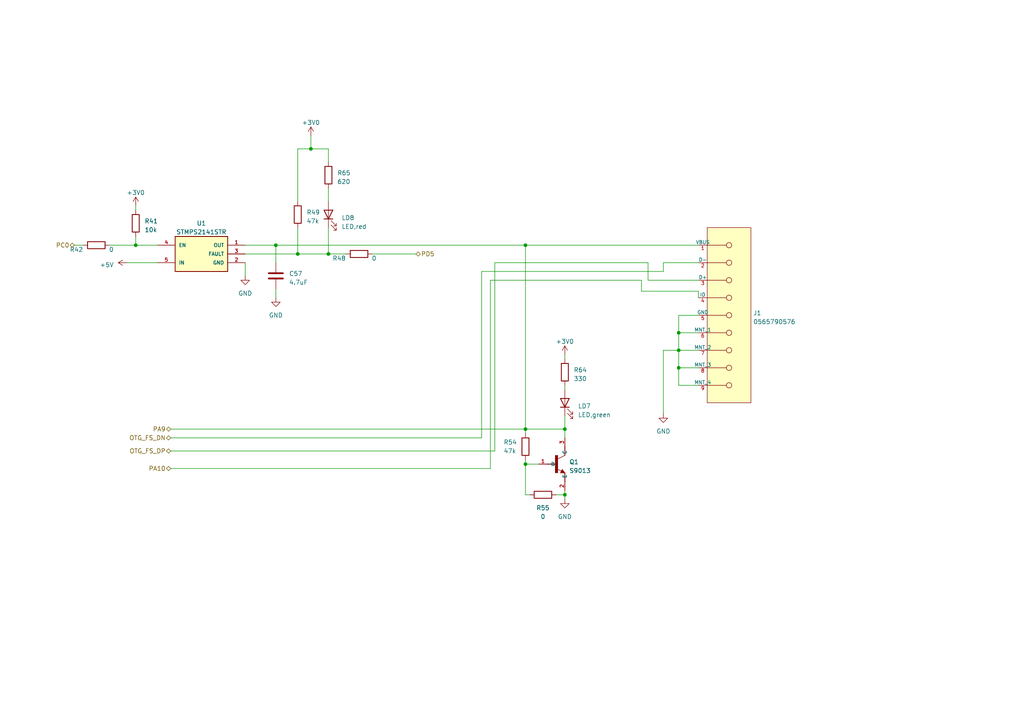
<source format=kicad_sch>
(kicad_sch (version 20230121) (generator eeschema)

  (uuid 08097a1d-f3e8-46ec-ae26-7dbe20e2321c)

  (paper "A4")

  (lib_symbols
    (symbol "Device:C" (pin_numbers hide) (pin_names (offset 0.254)) (in_bom yes) (on_board yes)
      (property "Reference" "C" (at 0.635 2.54 0)
        (effects (font (size 1.27 1.27)) (justify left))
      )
      (property "Value" "C" (at 0.635 -2.54 0)
        (effects (font (size 1.27 1.27)) (justify left))
      )
      (property "Footprint" "" (at 0.9652 -3.81 0)
        (effects (font (size 1.27 1.27)) hide)
      )
      (property "Datasheet" "~" (at 0 0 0)
        (effects (font (size 1.27 1.27)) hide)
      )
      (property "ki_keywords" "cap capacitor" (at 0 0 0)
        (effects (font (size 1.27 1.27)) hide)
      )
      (property "ki_description" "Unpolarized capacitor" (at 0 0 0)
        (effects (font (size 1.27 1.27)) hide)
      )
      (property "ki_fp_filters" "C_*" (at 0 0 0)
        (effects (font (size 1.27 1.27)) hide)
      )
      (symbol "C_0_1"
        (polyline
          (pts
            (xy -2.032 -0.762)
            (xy 2.032 -0.762)
          )
          (stroke (width 0.508) (type default))
          (fill (type none))
        )
        (polyline
          (pts
            (xy -2.032 0.762)
            (xy 2.032 0.762)
          )
          (stroke (width 0.508) (type default))
          (fill (type none))
        )
      )
      (symbol "C_1_1"
        (pin passive line (at 0 3.81 270) (length 2.794)
          (name "~" (effects (font (size 1.27 1.27))))
          (number "1" (effects (font (size 1.27 1.27))))
        )
        (pin passive line (at 0 -3.81 90) (length 2.794)
          (name "~" (effects (font (size 1.27 1.27))))
          (number "2" (effects (font (size 1.27 1.27))))
        )
      )
    )
    (symbol "Device:LED" (pin_numbers hide) (pin_names (offset 1.016) hide) (in_bom yes) (on_board yes)
      (property "Reference" "D" (at 0 2.54 0)
        (effects (font (size 1.27 1.27)))
      )
      (property "Value" "LED" (at 0 -2.54 0)
        (effects (font (size 1.27 1.27)))
      )
      (property "Footprint" "" (at 0 0 0)
        (effects (font (size 1.27 1.27)) hide)
      )
      (property "Datasheet" "~" (at 0 0 0)
        (effects (font (size 1.27 1.27)) hide)
      )
      (property "ki_keywords" "LED diode" (at 0 0 0)
        (effects (font (size 1.27 1.27)) hide)
      )
      (property "ki_description" "Light emitting diode" (at 0 0 0)
        (effects (font (size 1.27 1.27)) hide)
      )
      (property "ki_fp_filters" "LED* LED_SMD:* LED_THT:*" (at 0 0 0)
        (effects (font (size 1.27 1.27)) hide)
      )
      (symbol "LED_0_1"
        (polyline
          (pts
            (xy -1.27 -1.27)
            (xy -1.27 1.27)
          )
          (stroke (width 0.254) (type default))
          (fill (type none))
        )
        (polyline
          (pts
            (xy -1.27 0)
            (xy 1.27 0)
          )
          (stroke (width 0) (type default))
          (fill (type none))
        )
        (polyline
          (pts
            (xy 1.27 -1.27)
            (xy 1.27 1.27)
            (xy -1.27 0)
            (xy 1.27 -1.27)
          )
          (stroke (width 0.254) (type default))
          (fill (type none))
        )
        (polyline
          (pts
            (xy -3.048 -0.762)
            (xy -4.572 -2.286)
            (xy -3.81 -2.286)
            (xy -4.572 -2.286)
            (xy -4.572 -1.524)
          )
          (stroke (width 0) (type default))
          (fill (type none))
        )
        (polyline
          (pts
            (xy -1.778 -0.762)
            (xy -3.302 -2.286)
            (xy -2.54 -2.286)
            (xy -3.302 -2.286)
            (xy -3.302 -1.524)
          )
          (stroke (width 0) (type default))
          (fill (type none))
        )
      )
      (symbol "LED_1_1"
        (pin passive line (at -3.81 0 0) (length 2.54)
          (name "K" (effects (font (size 1.27 1.27))))
          (number "1" (effects (font (size 1.27 1.27))))
        )
        (pin passive line (at 3.81 0 180) (length 2.54)
          (name "A" (effects (font (size 1.27 1.27))))
          (number "2" (effects (font (size 1.27 1.27))))
        )
      )
    )
    (symbol "Device:R" (pin_numbers hide) (pin_names (offset 0)) (in_bom yes) (on_board yes)
      (property "Reference" "R" (at 2.032 0 90)
        (effects (font (size 1.27 1.27)))
      )
      (property "Value" "R" (at 0 0 90)
        (effects (font (size 1.27 1.27)))
      )
      (property "Footprint" "" (at -1.778 0 90)
        (effects (font (size 1.27 1.27)) hide)
      )
      (property "Datasheet" "~" (at 0 0 0)
        (effects (font (size 1.27 1.27)) hide)
      )
      (property "ki_keywords" "R res resistor" (at 0 0 0)
        (effects (font (size 1.27 1.27)) hide)
      )
      (property "ki_description" "Resistor" (at 0 0 0)
        (effects (font (size 1.27 1.27)) hide)
      )
      (property "ki_fp_filters" "R_*" (at 0 0 0)
        (effects (font (size 1.27 1.27)) hide)
      )
      (symbol "R_0_1"
        (rectangle (start -1.016 -2.54) (end 1.016 2.54)
          (stroke (width 0.254) (type default))
          (fill (type none))
        )
      )
      (symbol "R_1_1"
        (pin passive line (at 0 3.81 270) (length 1.27)
          (name "~" (effects (font (size 1.27 1.27))))
          (number "1" (effects (font (size 1.27 1.27))))
        )
        (pin passive line (at 0 -3.81 90) (length 1.27)
          (name "~" (effects (font (size 1.27 1.27))))
          (number "2" (effects (font (size 1.27 1.27))))
        )
      )
    )
    (symbol "S9013:S9013" (pin_names (offset 1.016)) (in_bom yes) (on_board yes)
      (property "Reference" "Q" (at 5.0809 0 0)
        (effects (font (size 1.27 1.27)) (justify left bottom))
      )
      (property "Value" "S9013" (at 5.0823 -2.5411 0)
        (effects (font (size 1.27 1.27)) (justify left bottom))
      )
      (property "Footprint" "SOT95P240X120-3N" (at 0 0 0)
        (effects (font (size 1.27 1.27)) (justify bottom) hide)
      )
      (property "Datasheet" "" (at 0 0 0)
        (effects (font (size 1.27 1.27)) hide)
      )
      (property "MANUFACTURER" "JCET" (at 0 0 0)
        (effects (font (size 1.27 1.27)) (justify bottom) hide)
      )
      (symbol "S9013_0_0"
        (rectangle (start -0.2542 -2.5416) (end 0.508 2.54)
          (stroke (width 0.1) (type default))
          (fill (type outline))
        )
        (polyline
          (pts
            (xy -2.54 0)
            (xy 0 0)
          )
          (stroke (width 0.254) (type default))
          (fill (type none))
        )
        (polyline
          (pts
            (xy 1.27 -2.54)
            (xy 1.778 -1.524)
          )
          (stroke (width 0.1524) (type default))
          (fill (type none))
        )
        (polyline
          (pts
            (xy 1.524 -2.413)
            (xy 2.286 -2.413)
          )
          (stroke (width 0.254) (type default))
          (fill (type none))
        )
        (polyline
          (pts
            (xy 1.524 -2.286)
            (xy 1.905 -2.286)
          )
          (stroke (width 0.254) (type default))
          (fill (type none))
        )
        (polyline
          (pts
            (xy 1.54 -2.04)
            (xy 0.308 -1.424)
          )
          (stroke (width 0.1524) (type default))
          (fill (type none))
        )
        (polyline
          (pts
            (xy 1.778 -1.778)
            (xy 1.524 -2.286)
          )
          (stroke (width 0.254) (type default))
          (fill (type none))
        )
        (polyline
          (pts
            (xy 1.778 -1.524)
            (xy 2.54 -2.54)
          )
          (stroke (width 0.1524) (type default))
          (fill (type none))
        )
        (polyline
          (pts
            (xy 1.905 -2.286)
            (xy 1.778 -2.032)
          )
          (stroke (width 0.254) (type default))
          (fill (type none))
        )
        (polyline
          (pts
            (xy 2.286 -2.413)
            (xy 1.778 -1.778)
          )
          (stroke (width 0.254) (type default))
          (fill (type none))
        )
        (polyline
          (pts
            (xy 2.54 -2.54)
            (xy 1.27 -2.54)
          )
          (stroke (width 0.1524) (type default))
          (fill (type none))
        )
        (polyline
          (pts
            (xy 2.54 -2.54)
            (xy 2.54 -5.08)
          )
          (stroke (width 0.254) (type default))
          (fill (type none))
        )
        (polyline
          (pts
            (xy 2.54 2.54)
            (xy 0.508 1.524)
          )
          (stroke (width 0.1524) (type default))
          (fill (type none))
        )
        (polyline
          (pts
            (xy 2.54 5.08)
            (xy 2.54 2.54)
          )
          (stroke (width 0.254) (type default))
          (fill (type none))
        )
        (pin passive line (at -5.08 0 0) (length 2.54)
          (name "B" (effects (font (size 1.016 1.016))))
          (number "1" (effects (font (size 1.016 1.016))))
        )
        (pin passive line (at 2.54 -7.62 90) (length 2.54)
          (name "E" (effects (font (size 1.016 1.016))))
          (number "2" (effects (font (size 1.016 1.016))))
        )
        (pin passive line (at 2.54 7.62 270) (length 2.54)
          (name "C" (effects (font (size 1.016 1.016))))
          (number "3" (effects (font (size 1.016 1.016))))
        )
      )
    )
    (symbol "STMPS2141STR:STMPS2141STR" (pin_names (offset 1.016)) (in_bom yes) (on_board yes)
      (property "Reference" "U" (at -7.3664 5.3343 0)
        (effects (font (size 1.27 1.27)) (justify left bottom))
      )
      (property "Value" "STMPS2141STR" (at -7.38 -6.8711 0)
        (effects (font (size 1.27 1.27)) (justify left bottom))
      )
      (property "Footprint" "SOT95P280X145-5N" (at 0 0 0)
        (effects (font (size 1.27 1.27)) (justify bottom) hide)
      )
      (property "Datasheet" "" (at 0 0 0)
        (effects (font (size 1.27 1.27)) hide)
      )
      (property "MANUFACTURER" "ST" (at 0 0 0)
        (effects (font (size 1.27 1.27)) (justify bottom) hide)
      )
      (symbol "STMPS2141STR_0_0"
        (rectangle (start -7.62 -5.08) (end 7.62 5.08)
          (stroke (width 0.254) (type default))
          (fill (type background))
        )
        (pin output line (at 12.7 2.54 180) (length 5.08)
          (name "OUT" (effects (font (size 1.016 1.016))))
          (number "1" (effects (font (size 1.016 1.016))))
        )
        (pin power_in line (at 12.7 -2.54 180) (length 5.08)
          (name "GND" (effects (font (size 1.016 1.016))))
          (number "2" (effects (font (size 1.016 1.016))))
        )
        (pin output line (at 12.7 0 180) (length 5.08)
          (name "FAULT" (effects (font (size 1.016 1.016))))
          (number "3" (effects (font (size 1.016 1.016))))
        )
        (pin input line (at -12.7 2.54 0) (length 5.08)
          (name "EN" (effects (font (size 1.016 1.016))))
          (number "4" (effects (font (size 1.016 1.016))))
        )
        (pin input line (at -12.7 -2.54 0) (length 5.08)
          (name "IN" (effects (font (size 1.016 1.016))))
          (number "5" (effects (font (size 1.016 1.016))))
        )
      )
    )
    (symbol "eec:0565790576" (pin_names (offset 0)) (in_bom yes) (on_board yes)
      (property "Reference" "J" (at 0 7.62 0)
        (effects (font (size 1.27 1.27)) (justify left))
      )
      (property "Value" "0565790576" (at 0 10.16 0)
        (effects (font (size 1.27 1.27)) (justify left))
      )
      (property "Footprint" "Molex-0565790576-*" (at 0 12.7 0)
        (effects (font (size 1.27 1.27)) (justify left) hide)
      )
      (property "Datasheet" "http://www.molex.com/pdm_docs/sd/565790576_sd.pdf" (at 0 15.24 0)
        (effects (font (size 1.27 1.27)) (justify left) hide)
      )
      (property "Connector Type" "USB - mini AB" (at 0 17.78 0)
        (effects (font (size 1.27 1.27)) (justify left) hide)
      )
      (property "Number of Contacts" "5" (at 0 20.32 0)
        (effects (font (size 1.27 1.27)) (justify left) hide)
      )
      (property "Specifications" "USB 2.0 OTG" (at 0 22.86 0)
        (effects (font (size 1.27 1.27)) (justify left) hide)
      )
      (property "category" "Conn" (at 0 25.4 0)
        (effects (font (size 1.27 1.27)) (justify left) hide)
      )
      (property "digikey description" "CONN RECEPT USB 5POS RT ANG SMD" (at 0 27.94 0)
        (effects (font (size 1.27 1.27)) (justify left) hide)
      )
      (property "digikey part number" "WM17122CT-ND" (at 0 30.48 0)
        (effects (font (size 1.27 1.27)) (justify left) hide)
      )
      (property "lead free" "yes" (at 0 33.02 0)
        (effects (font (size 1.27 1.27)) (justify left) hide)
      )
      (property "library id" "2fcfd54ce1e494dd" (at 0 35.56 0)
        (effects (font (size 1.27 1.27)) (justify left) hide)
      )
      (property "manufacturer" "Molex" (at 0 38.1 0)
        (effects (font (size 1.27 1.27)) (justify left) hide)
      )
      (property "mouser part number" "538-56579-0576" (at 0 40.64 0)
        (effects (font (size 1.27 1.27)) (justify left) hide)
      )
      (property "package" "CONN_USB_SMT" (at 0 43.18 0)
        (effects (font (size 1.27 1.27)) (justify left) hide)
      )
      (property "rohs" "yes" (at 0 45.72 0)
        (effects (font (size 1.27 1.27)) (justify left) hide)
      )
      (property "temperature range high" "+85°C" (at 0 48.26 0)
        (effects (font (size 1.27 1.27)) (justify left) hide)
      )
      (property "temperature range low" "-20°C" (at 0 50.8 0)
        (effects (font (size 1.27 1.27)) (justify left) hide)
      )
      (property "voltage" "30VAC/DC" (at 0 53.34 0)
        (effects (font (size 1.27 1.27)) (justify left) hide)
      )
      (property "ki_locked" "" (at 0 0 0)
        (effects (font (size 1.27 1.27)))
      )
      (property "ki_description" "0565790576" (at 0 0 0)
        (effects (font (size 1.27 1.27)) hide)
      )
      (symbol "0565790576_1_1"
        (rectangle (start -17.78 5.08) (end -5.08 -45.72)
          (stroke (width 0) (type solid))
          (fill (type background))
        )
        (circle (center -11.43 -40.64) (radius 0.762)
          (stroke (width 0) (type solid))
          (fill (type none))
        )
        (circle (center -11.43 -35.56) (radius 0.762)
          (stroke (width 0) (type solid))
          (fill (type none))
        )
        (circle (center -11.43 -30.48) (radius 0.762)
          (stroke (width 0) (type solid))
          (fill (type none))
        )
        (circle (center -11.43 -25.4) (radius 0.762)
          (stroke (width 0) (type solid))
          (fill (type none))
        )
        (circle (center -11.43 -20.32) (radius 0.762)
          (stroke (width 0) (type solid))
          (fill (type none))
        )
        (circle (center -11.43 -15.24) (radius 0.762)
          (stroke (width 0) (type solid))
          (fill (type none))
        )
        (circle (center -11.43 -10.16) (radius 0.762)
          (stroke (width 0) (type solid))
          (fill (type none))
        )
        (circle (center -11.43 -5.08) (radius 0.762)
          (stroke (width 0) (type solid))
          (fill (type none))
        )
        (circle (center -11.43 0) (radius 0.762)
          (stroke (width 0) (type solid))
          (fill (type none))
        )
        (polyline
          (pts
            (xy -10.668 -40.64)
            (xy -5.08 -40.64)
          )
          (stroke (width 0) (type solid))
          (fill (type none))
        )
        (polyline
          (pts
            (xy -10.668 -35.56)
            (xy -5.08 -35.56)
          )
          (stroke (width 0) (type solid))
          (fill (type none))
        )
        (polyline
          (pts
            (xy -10.668 -30.48)
            (xy -5.08 -30.48)
          )
          (stroke (width 0) (type solid))
          (fill (type none))
        )
        (polyline
          (pts
            (xy -10.668 -25.4)
            (xy -5.08 -25.4)
          )
          (stroke (width 0) (type solid))
          (fill (type none))
        )
        (polyline
          (pts
            (xy -10.668 -20.32)
            (xy -5.08 -20.32)
          )
          (stroke (width 0) (type solid))
          (fill (type none))
        )
        (polyline
          (pts
            (xy -10.668 -15.24)
            (xy -5.08 -15.24)
          )
          (stroke (width 0) (type solid))
          (fill (type none))
        )
        (polyline
          (pts
            (xy -10.668 -10.16)
            (xy -5.08 -10.16)
          )
          (stroke (width 0) (type solid))
          (fill (type none))
        )
        (polyline
          (pts
            (xy -10.668 -5.08)
            (xy -5.08 -5.08)
          )
          (stroke (width 0) (type solid))
          (fill (type none))
        )
        (polyline
          (pts
            (xy -10.668 0)
            (xy -5.08 0)
          )
          (stroke (width 0) (type solid))
          (fill (type none))
        )
        (pin unspecified line (at -2.54 0 180) (length 2.54)
          (name "VBUS" (effects (font (size 1.016 1.016))))
          (number "1" (effects (font (size 1.016 1.016))))
        )
        (pin unspecified line (at -2.54 -5.08 180) (length 2.54)
          (name "D-" (effects (font (size 1.016 1.016))))
          (number "2" (effects (font (size 1.016 1.016))))
        )
        (pin unspecified line (at -2.54 -10.16 180) (length 2.54)
          (name "D+" (effects (font (size 1.016 1.016))))
          (number "3" (effects (font (size 1.016 1.016))))
        )
        (pin unspecified line (at -2.54 -15.24 180) (length 2.54)
          (name "ID" (effects (font (size 1.016 1.016))))
          (number "4" (effects (font (size 1.016 1.016))))
        )
        (pin unspecified line (at -2.54 -20.32 180) (length 2.54)
          (name "GND" (effects (font (size 1.016 1.016))))
          (number "5" (effects (font (size 1.016 1.016))))
        )
        (pin unspecified line (at -2.54 -25.4 180) (length 2.54)
          (name "MNT_1" (effects (font (size 1.016 1.016))))
          (number "6" (effects (font (size 1.016 1.016))))
        )
        (pin unspecified line (at -2.54 -30.48 180) (length 2.54)
          (name "MNT_2" (effects (font (size 1.016 1.016))))
          (number "7" (effects (font (size 1.016 1.016))))
        )
        (pin unspecified line (at -2.54 -35.56 180) (length 2.54)
          (name "MNT_3" (effects (font (size 1.016 1.016))))
          (number "8" (effects (font (size 1.016 1.016))))
        )
        (pin unspecified line (at -2.54 -40.64 180) (length 2.54)
          (name "MNT_4" (effects (font (size 1.016 1.016))))
          (number "9" (effects (font (size 1.016 1.016))))
        )
      )
    )
    (symbol "power:+3V0" (power) (pin_names (offset 0)) (in_bom yes) (on_board yes)
      (property "Reference" "#PWR" (at 0 -3.81 0)
        (effects (font (size 1.27 1.27)) hide)
      )
      (property "Value" "+3V0" (at 0 3.556 0)
        (effects (font (size 1.27 1.27)))
      )
      (property "Footprint" "" (at 0 0 0)
        (effects (font (size 1.27 1.27)) hide)
      )
      (property "Datasheet" "" (at 0 0 0)
        (effects (font (size 1.27 1.27)) hide)
      )
      (property "ki_keywords" "global power" (at 0 0 0)
        (effects (font (size 1.27 1.27)) hide)
      )
      (property "ki_description" "Power symbol creates a global label with name \"+3V0\"" (at 0 0 0)
        (effects (font (size 1.27 1.27)) hide)
      )
      (symbol "+3V0_0_1"
        (polyline
          (pts
            (xy -0.762 1.27)
            (xy 0 2.54)
          )
          (stroke (width 0) (type default))
          (fill (type none))
        )
        (polyline
          (pts
            (xy 0 0)
            (xy 0 2.54)
          )
          (stroke (width 0) (type default))
          (fill (type none))
        )
        (polyline
          (pts
            (xy 0 2.54)
            (xy 0.762 1.27)
          )
          (stroke (width 0) (type default))
          (fill (type none))
        )
      )
      (symbol "+3V0_1_1"
        (pin power_in line (at 0 0 90) (length 0) hide
          (name "+3V0" (effects (font (size 1.27 1.27))))
          (number "1" (effects (font (size 1.27 1.27))))
        )
      )
    )
    (symbol "power:+5V" (power) (pin_names (offset 0)) (in_bom yes) (on_board yes)
      (property "Reference" "#PWR" (at 0 -3.81 0)
        (effects (font (size 1.27 1.27)) hide)
      )
      (property "Value" "+5V" (at 0 3.556 0)
        (effects (font (size 1.27 1.27)))
      )
      (property "Footprint" "" (at 0 0 0)
        (effects (font (size 1.27 1.27)) hide)
      )
      (property "Datasheet" "" (at 0 0 0)
        (effects (font (size 1.27 1.27)) hide)
      )
      (property "ki_keywords" "global power" (at 0 0 0)
        (effects (font (size 1.27 1.27)) hide)
      )
      (property "ki_description" "Power symbol creates a global label with name \"+5V\"" (at 0 0 0)
        (effects (font (size 1.27 1.27)) hide)
      )
      (symbol "+5V_0_1"
        (polyline
          (pts
            (xy -0.762 1.27)
            (xy 0 2.54)
          )
          (stroke (width 0) (type default))
          (fill (type none))
        )
        (polyline
          (pts
            (xy 0 0)
            (xy 0 2.54)
          )
          (stroke (width 0) (type default))
          (fill (type none))
        )
        (polyline
          (pts
            (xy 0 2.54)
            (xy 0.762 1.27)
          )
          (stroke (width 0) (type default))
          (fill (type none))
        )
      )
      (symbol "+5V_1_1"
        (pin power_in line (at 0 0 90) (length 0) hide
          (name "+5V" (effects (font (size 1.27 1.27))))
          (number "1" (effects (font (size 1.27 1.27))))
        )
      )
    )
    (symbol "power:GND" (power) (pin_names (offset 0)) (in_bom yes) (on_board yes)
      (property "Reference" "#PWR" (at 0 -6.35 0)
        (effects (font (size 1.27 1.27)) hide)
      )
      (property "Value" "GND" (at 0 -3.81 0)
        (effects (font (size 1.27 1.27)))
      )
      (property "Footprint" "" (at 0 0 0)
        (effects (font (size 1.27 1.27)) hide)
      )
      (property "Datasheet" "" (at 0 0 0)
        (effects (font (size 1.27 1.27)) hide)
      )
      (property "ki_keywords" "global power" (at 0 0 0)
        (effects (font (size 1.27 1.27)) hide)
      )
      (property "ki_description" "Power symbol creates a global label with name \"GND\" , ground" (at 0 0 0)
        (effects (font (size 1.27 1.27)) hide)
      )
      (symbol "GND_0_1"
        (polyline
          (pts
            (xy 0 0)
            (xy 0 -1.27)
            (xy 1.27 -1.27)
            (xy 0 -2.54)
            (xy -1.27 -1.27)
            (xy 0 -1.27)
          )
          (stroke (width 0) (type default))
          (fill (type none))
        )
      )
      (symbol "GND_1_1"
        (pin power_in line (at 0 0 270) (length 0) hide
          (name "GND" (effects (font (size 1.27 1.27))))
          (number "1" (effects (font (size 1.27 1.27))))
        )
      )
    )
  )

  (junction (at 196.85 101.6) (diameter 0) (color 0 0 0 0)
    (uuid 02720056-4436-4faa-9efb-633a0a026067)
  )
  (junction (at 90.17 43.18) (diameter 0) (color 0 0 0 0)
    (uuid 2f31f266-5e44-4e3c-9054-60d3703ed5af)
  )
  (junction (at 152.4 124.46) (diameter 0) (color 0 0 0 0)
    (uuid 3750b668-f8d8-4a7f-929c-efe91c5899c4)
  )
  (junction (at 163.83 143.51) (diameter 0) (color 0 0 0 0)
    (uuid 3791b5cd-2411-4e66-837b-059bd26c50f8)
  )
  (junction (at 80.01 71.12) (diameter 0) (color 0 0 0 0)
    (uuid 4a464b1c-8bf7-4779-a052-623cabd2ea96)
  )
  (junction (at 86.36 73.66) (diameter 0) (color 0 0 0 0)
    (uuid 5bd5f3aa-d3a6-4b85-a86a-9140e44f9f06)
  )
  (junction (at 152.4 71.12) (diameter 0) (color 0 0 0 0)
    (uuid 61dd5d6d-ddc2-4fb4-9006-4a67f189dbe6)
  )
  (junction (at 163.83 124.46) (diameter 0) (color 0 0 0 0)
    (uuid 64c6542f-29d3-4af8-b2d8-e484f061d1a8)
  )
  (junction (at 39.37 71.12) (diameter 0) (color 0 0 0 0)
    (uuid 86c6e4ad-99de-4dab-9ac8-9bceee5c0168)
  )
  (junction (at 95.25 73.66) (diameter 0) (color 0 0 0 0)
    (uuid a23ae668-3872-4cbd-96f1-4d509492e72a)
  )
  (junction (at 196.85 96.52) (diameter 0) (color 0 0 0 0)
    (uuid dd299fa8-7099-4063-af6d-8bf12b7dc2ff)
  )
  (junction (at 152.4 134.62) (diameter 0) (color 0 0 0 0)
    (uuid e04a1ab4-ee23-4ff1-8548-b5b2c4cae117)
  )
  (junction (at 196.85 106.68) (diameter 0) (color 0 0 0 0)
    (uuid e691f014-b014-4376-ae2c-88c395154b0f)
  )

  (wire (pts (xy 90.17 39.37) (xy 90.17 43.18))
    (stroke (width 0) (type default))
    (uuid 0489f311-5ede-4075-8ed5-cc883013ee8a)
  )
  (wire (pts (xy 161.29 143.51) (xy 163.83 143.51))
    (stroke (width 0) (type default))
    (uuid 0557fbf5-b5db-4229-85d5-59f4624c8e85)
  )
  (wire (pts (xy 163.83 102.87) (xy 163.83 104.14))
    (stroke (width 0) (type default))
    (uuid 06cd99e0-089d-49e4-942b-6a2647daf3c0)
  )
  (wire (pts (xy 163.83 143.51) (xy 163.83 142.24))
    (stroke (width 0) (type default))
    (uuid 0b411b65-a86b-4bdf-b955-9621c721c79a)
  )
  (wire (pts (xy 71.12 80.01) (xy 71.12 76.2))
    (stroke (width 0) (type default))
    (uuid 0c7b092b-d91e-4174-a7cf-ad8c4838c4af)
  )
  (wire (pts (xy 196.85 106.68) (xy 196.85 101.6))
    (stroke (width 0) (type default))
    (uuid 10014dd5-d07c-4946-9f0a-04ccbd06b26e)
  )
  (wire (pts (xy 21.59 71.12) (xy 24.13 71.12))
    (stroke (width 0) (type default))
    (uuid 11d9ed7f-5999-4b32-9f17-88a23636549a)
  )
  (wire (pts (xy 163.83 111.76) (xy 163.83 113.03))
    (stroke (width 0) (type default))
    (uuid 1528b6db-4ec2-4be5-8fee-33b37a98d494)
  )
  (wire (pts (xy 163.83 124.46) (xy 163.83 127))
    (stroke (width 0) (type default))
    (uuid 16514200-f554-43bd-9acd-6a8caa8b2c9d)
  )
  (wire (pts (xy 95.25 73.66) (xy 100.33 73.66))
    (stroke (width 0) (type default))
    (uuid 23364c02-b4c9-42fc-806d-a30991ddca44)
  )
  (wire (pts (xy 143.51 76.2) (xy 187.96 76.2))
    (stroke (width 0) (type default))
    (uuid 23a5a999-980e-43e5-8249-86a9027b202d)
  )
  (wire (pts (xy 163.83 143.51) (xy 163.83 144.78))
    (stroke (width 0) (type default))
    (uuid 23b363ac-a365-4ab6-89a0-d2f74ea1c92d)
  )
  (wire (pts (xy 49.53 124.46) (xy 152.4 124.46))
    (stroke (width 0) (type default))
    (uuid 25dd9dc1-a986-405f-a1ef-a8dd937e0151)
  )
  (wire (pts (xy 86.36 43.18) (xy 90.17 43.18))
    (stroke (width 0) (type default))
    (uuid 2fcc0dbc-1f58-429f-842b-12e2a82d81ab)
  )
  (wire (pts (xy 152.4 133.35) (xy 152.4 134.62))
    (stroke (width 0) (type default))
    (uuid 33d0e1d0-faee-497a-9bac-36252406379b)
  )
  (wire (pts (xy 202.565 111.76) (xy 196.85 111.76))
    (stroke (width 0) (type default))
    (uuid 3a01d4c2-4d8d-43fb-8311-644c35f56b5f)
  )
  (wire (pts (xy 196.85 96.52) (xy 202.565 96.52))
    (stroke (width 0) (type default))
    (uuid 40a331d4-621c-4ad1-8b6e-39ae0f22d20f)
  )
  (wire (pts (xy 36.83 76.2) (xy 45.72 76.2))
    (stroke (width 0) (type default))
    (uuid 41a9a3d2-444e-4053-877c-7cc5ae9cbf00)
  )
  (wire (pts (xy 86.36 58.42) (xy 86.36 43.18))
    (stroke (width 0) (type default))
    (uuid 4557fbd3-be23-4581-b473-4c933a6a5209)
  )
  (wire (pts (xy 196.85 96.52) (xy 196.85 91.44))
    (stroke (width 0) (type default))
    (uuid 46f22266-4c20-4861-a80b-1a8417d40bb9)
  )
  (wire (pts (xy 152.4 124.46) (xy 163.83 124.46))
    (stroke (width 0) (type default))
    (uuid 4a136bba-d673-48af-8485-9bc212a27355)
  )
  (wire (pts (xy 139.7 127) (xy 139.7 78.74))
    (stroke (width 0) (type default))
    (uuid 53755dca-3a1c-4853-9eda-5e9f95cbad86)
  )
  (wire (pts (xy 95.25 66.04) (xy 95.25 73.66))
    (stroke (width 0) (type default))
    (uuid 572cfb93-6145-42d0-a7c0-6de3b021701d)
  )
  (wire (pts (xy 95.25 73.66) (xy 86.36 73.66))
    (stroke (width 0) (type default))
    (uuid 58b9d172-0347-4c31-abc9-e6d48b5baca4)
  )
  (wire (pts (xy 196.85 111.76) (xy 196.85 106.68))
    (stroke (width 0) (type default))
    (uuid 5d1353ec-419e-44f4-9411-d47384586407)
  )
  (wire (pts (xy 192.405 78.74) (xy 192.405 76.2))
    (stroke (width 0) (type default))
    (uuid 5d2be2a6-90d0-41f6-b475-c33ab89291b2)
  )
  (wire (pts (xy 192.405 101.6) (xy 196.85 101.6))
    (stroke (width 0) (type default))
    (uuid 630bf3cc-d379-4ff9-afe9-0ec00d9aca58)
  )
  (wire (pts (xy 187.96 76.2) (xy 187.96 81.28))
    (stroke (width 0) (type default))
    (uuid 64568069-3043-4e32-a8b7-e475603bddc8)
  )
  (wire (pts (xy 142.24 81.28) (xy 142.24 135.89))
    (stroke (width 0) (type default))
    (uuid 688bb6ec-4397-49ee-952f-8d774577553d)
  )
  (wire (pts (xy 202.565 84.455) (xy 202.565 86.36))
    (stroke (width 0) (type default))
    (uuid 69812de9-f514-4f9b-8ad9-7535a6b9a1cf)
  )
  (wire (pts (xy 143.51 76.2) (xy 143.51 130.81))
    (stroke (width 0) (type default))
    (uuid 6c93fafe-9cb1-4ff4-b082-efd26af5abf8)
  )
  (wire (pts (xy 196.85 106.68) (xy 202.565 106.68))
    (stroke (width 0) (type default))
    (uuid 6d84e9bd-8217-49a2-83c0-38a8c106f911)
  )
  (wire (pts (xy 49.53 130.81) (xy 143.51 130.81))
    (stroke (width 0) (type default))
    (uuid 70d4fe0e-df3a-41f1-94ab-94011b6ed10f)
  )
  (wire (pts (xy 192.405 101.6) (xy 192.405 120.015))
    (stroke (width 0) (type default))
    (uuid 77383898-08c1-49c2-bc6d-a7f45a3225fc)
  )
  (wire (pts (xy 196.85 91.44) (xy 202.565 91.44))
    (stroke (width 0) (type default))
    (uuid 8388fd45-79eb-44b3-bbb8-abd32615f07b)
  )
  (wire (pts (xy 95.25 43.18) (xy 95.25 46.99))
    (stroke (width 0) (type default))
    (uuid 855046e1-ec92-4f22-b294-4c6438707f5a)
  )
  (wire (pts (xy 152.4 125.73) (xy 152.4 124.46))
    (stroke (width 0) (type default))
    (uuid 858f703e-103e-4a6f-b07b-6b6bf3716347)
  )
  (wire (pts (xy 186.055 84.455) (xy 202.565 84.455))
    (stroke (width 0) (type default))
    (uuid 906f43df-25b4-4b23-bc2f-74c768e2ef23)
  )
  (wire (pts (xy 95.25 54.61) (xy 95.25 58.42))
    (stroke (width 0) (type default))
    (uuid 91b0ef66-e046-42e7-9055-605f2529ca82)
  )
  (wire (pts (xy 139.7 78.74) (xy 192.405 78.74))
    (stroke (width 0) (type default))
    (uuid 93f67e94-8911-4854-b8b8-964761f85aec)
  )
  (wire (pts (xy 163.83 120.65) (xy 163.83 124.46))
    (stroke (width 0) (type default))
    (uuid 94e326f9-ec04-45dc-af23-8d8498548935)
  )
  (wire (pts (xy 80.01 71.12) (xy 80.01 76.2))
    (stroke (width 0) (type default))
    (uuid 973d3404-9184-4e55-a2ed-fde55f162f52)
  )
  (wire (pts (xy 187.96 81.28) (xy 202.565 81.28))
    (stroke (width 0) (type default))
    (uuid 97b538d9-167b-408e-a0b3-8f1193a325ee)
  )
  (wire (pts (xy 186.055 81.28) (xy 186.055 84.455))
    (stroke (width 0) (type default))
    (uuid a01bf305-af1d-4e0a-a3ed-e037eb3735d7)
  )
  (wire (pts (xy 80.01 71.12) (xy 152.4 71.12))
    (stroke (width 0) (type default))
    (uuid a9c50ee2-94b8-45da-8927-70300503554c)
  )
  (wire (pts (xy 71.12 73.66) (xy 86.36 73.66))
    (stroke (width 0) (type default))
    (uuid aee425a4-db42-400a-94cf-724c91a8251a)
  )
  (wire (pts (xy 152.4 71.12) (xy 152.4 124.46))
    (stroke (width 0) (type default))
    (uuid b16c1c22-0ded-4f55-a5e4-450a1bb5011d)
  )
  (wire (pts (xy 71.12 71.12) (xy 80.01 71.12))
    (stroke (width 0) (type default))
    (uuid b5f91dda-bdd2-4bd7-ac7e-80648c660fc8)
  )
  (wire (pts (xy 31.75 71.12) (xy 39.37 71.12))
    (stroke (width 0) (type default))
    (uuid bfa11da0-425b-4e2e-afc0-66b9db181af2)
  )
  (wire (pts (xy 152.4 71.12) (xy 202.565 71.12))
    (stroke (width 0) (type default))
    (uuid bfdcd659-fa9e-4746-b3f0-3e64d60ab808)
  )
  (wire (pts (xy 107.95 73.66) (xy 120.65 73.66))
    (stroke (width 0) (type default))
    (uuid c3de8b85-0a23-48a1-aaef-9bcac73ca27c)
  )
  (wire (pts (xy 196.85 101.6) (xy 202.565 101.6))
    (stroke (width 0) (type default))
    (uuid c9045b3b-b19a-46b7-adfb-dfd5aa694e1a)
  )
  (wire (pts (xy 152.4 143.51) (xy 153.67 143.51))
    (stroke (width 0) (type default))
    (uuid cbc73d5e-fd99-4028-821b-1bf2da343eb5)
  )
  (wire (pts (xy 39.37 59.69) (xy 39.37 60.96))
    (stroke (width 0) (type default))
    (uuid d2a0e723-f56d-44bf-a75d-c2ed2070e74c)
  )
  (wire (pts (xy 39.37 71.12) (xy 45.72 71.12))
    (stroke (width 0) (type default))
    (uuid d41e646a-2bef-4f2a-99a1-a838224b79ec)
  )
  (wire (pts (xy 90.17 43.18) (xy 95.25 43.18))
    (stroke (width 0) (type default))
    (uuid d90443c4-9317-476f-ac09-4aae9ddc48ed)
  )
  (wire (pts (xy 152.4 134.62) (xy 152.4 143.51))
    (stroke (width 0) (type default))
    (uuid dc9cb710-1e7c-4b47-ad79-aa020745197f)
  )
  (wire (pts (xy 80.01 83.82) (xy 80.01 86.36))
    (stroke (width 0) (type default))
    (uuid dcc9aeea-ae20-445f-9e63-ec89a0572aea)
  )
  (wire (pts (xy 142.24 81.28) (xy 186.055 81.28))
    (stroke (width 0) (type default))
    (uuid e0dfd94b-7ee8-4c0d-a693-295be3551774)
  )
  (wire (pts (xy 192.405 76.2) (xy 202.565 76.2))
    (stroke (width 0) (type default))
    (uuid e0e69947-43f0-4537-b426-374affbb025a)
  )
  (wire (pts (xy 196.85 101.6) (xy 196.85 96.52))
    (stroke (width 0) (type default))
    (uuid e39b37c5-2932-4559-b847-da8c04cb6ad9)
  )
  (wire (pts (xy 49.53 127) (xy 139.7 127))
    (stroke (width 0) (type default))
    (uuid e9c31bc4-33ad-4a33-aec5-89774b3b2c46)
  )
  (wire (pts (xy 152.4 134.62) (xy 156.21 134.62))
    (stroke (width 0) (type default))
    (uuid ef9260b3-364c-464e-ab57-c85b4a4c9abb)
  )
  (wire (pts (xy 86.36 73.66) (xy 86.36 66.04))
    (stroke (width 0) (type default))
    (uuid f709c953-d45f-4c41-a49c-918a86dd3213)
  )
  (wire (pts (xy 49.53 135.89) (xy 142.24 135.89))
    (stroke (width 0) (type default))
    (uuid f7f63705-9f81-4fbb-a10f-f5b3e9503f99)
  )
  (wire (pts (xy 39.37 68.58) (xy 39.37 71.12))
    (stroke (width 0) (type default))
    (uuid fbe0d9aa-5710-423d-b0d0-ddd36e0f2afc)
  )

  (hierarchical_label "PD5" (shape bidirectional) (at 120.65 73.66 0) (fields_autoplaced)
    (effects (font (size 1.27 1.27)) (justify left))
    (uuid 45f81d6d-5b62-4b10-b9e2-3d408cbfc141)
  )
  (hierarchical_label "OTG_FS_DP" (shape bidirectional) (at 49.53 130.81 180) (fields_autoplaced)
    (effects (font (size 1.27 1.27)) (justify right))
    (uuid 651a541d-c1ba-48f2-8bc8-92cfd2476e9a)
  )
  (hierarchical_label "PA10" (shape bidirectional) (at 49.53 135.89 180) (fields_autoplaced)
    (effects (font (size 1.27 1.27)) (justify right))
    (uuid 6796dfd4-d4b0-476f-bc27-5c6901072d17)
  )
  (hierarchical_label "PC0" (shape bidirectional) (at 21.59 71.12 180) (fields_autoplaced)
    (effects (font (size 1.27 1.27)) (justify right))
    (uuid af4b9367-ce5c-4c46-87fc-be55a03e422d)
  )
  (hierarchical_label "PA9" (shape bidirectional) (at 49.53 124.46 180) (fields_autoplaced)
    (effects (font (size 1.27 1.27)) (justify right))
    (uuid e683adb5-a8e4-4825-9539-36b3687a9fd1)
  )
  (hierarchical_label "OTG_FS_DN" (shape bidirectional) (at 49.53 127 180) (fields_autoplaced)
    (effects (font (size 1.27 1.27)) (justify right))
    (uuid f76c7823-9bb9-45e9-820f-937b789a3fe5)
  )

  (symbol (lib_id "power:GND") (at 163.83 144.78 0) (unit 1)
    (in_bom yes) (on_board yes) (dnp no) (fields_autoplaced)
    (uuid 07d7d8ed-c379-44f4-b3f6-a6f5a00a159a)
    (property "Reference" "#PWR014" (at 163.83 151.13 0)
      (effects (font (size 1.27 1.27)) hide)
    )
    (property "Value" "GND" (at 163.83 149.86 0)
      (effects (font (size 1.27 1.27)))
    )
    (property "Footprint" "" (at 163.83 144.78 0)
      (effects (font (size 1.27 1.27)) hide)
    )
    (property "Datasheet" "" (at 163.83 144.78 0)
      (effects (font (size 1.27 1.27)) hide)
    )
    (pin "1" (uuid d23f86c9-b26e-49a2-b9c1-d3a08400991a))
    (instances
      (project "STM32 Discovery"
        (path "/0f3ba995-f1b7-470c-b123-d6a2a1fb4422/17373624-b2b4-45c8-8b85-5e357fba7ed1"
          (reference "#PWR014") (unit 1)
        )
      )
    )
  )

  (symbol (lib_id "Device:R") (at 152.4 129.54 0) (unit 1)
    (in_bom yes) (on_board yes) (dnp no)
    (uuid 1c48c6d4-546b-49fd-97a0-3d593b98b6e1)
    (property "Reference" "R54" (at 146.05 128.27 0)
      (effects (font (size 1.27 1.27)) (justify left))
    )
    (property "Value" "47k" (at 146.05 130.81 0)
      (effects (font (size 1.27 1.27)) (justify left))
    )
    (property "Footprint" "Resistor_SMD:R_0402_1005Metric" (at 150.622 129.54 90)
      (effects (font (size 1.27 1.27)) hide)
    )
    (property "Datasheet" "~" (at 152.4 129.54 0)
      (effects (font (size 1.27 1.27)) hide)
    )
    (pin "1" (uuid d9092880-a35c-4b02-bb0b-7b97bdee3acf))
    (pin "2" (uuid 00ccc54b-942f-49a1-920f-f742bb82d7be))
    (instances
      (project "STM32 Discovery"
        (path "/0f3ba995-f1b7-470c-b123-d6a2a1fb4422/17373624-b2b4-45c8-8b85-5e357fba7ed1"
          (reference "R54") (unit 1)
        )
      )
    )
  )

  (symbol (lib_id "Device:R") (at 104.14 73.66 90) (unit 1)
    (in_bom yes) (on_board yes) (dnp no)
    (uuid 2cc93da6-5e7a-420e-b520-e42b50b0b855)
    (property "Reference" "R48" (at 100.33 74.93 90)
      (effects (font (size 1.27 1.27)) (justify left))
    )
    (property "Value" "0" (at 109.22 74.93 90)
      (effects (font (size 1.27 1.27)) (justify left))
    )
    (property "Footprint" "Resistor_SMD:R_0402_1005Metric" (at 104.14 75.438 90)
      (effects (font (size 1.27 1.27)) hide)
    )
    (property "Datasheet" "~" (at 104.14 73.66 0)
      (effects (font (size 1.27 1.27)) hide)
    )
    (pin "1" (uuid bcd53f14-0411-47b9-8790-e7629cbf468e))
    (pin "2" (uuid ee25d834-0778-4a12-ac13-bb0d14fb058b))
    (instances
      (project "STM32 Discovery"
        (path "/0f3ba995-f1b7-470c-b123-d6a2a1fb4422/17373624-b2b4-45c8-8b85-5e357fba7ed1"
          (reference "R48") (unit 1)
        )
      )
    )
  )

  (symbol (lib_id "Device:LED") (at 163.83 116.84 90) (unit 1)
    (in_bom yes) (on_board yes) (dnp no) (fields_autoplaced)
    (uuid 2e4f44d6-3940-4499-81e2-13fddbc05af3)
    (property "Reference" "LD7" (at 167.64 117.7925 90)
      (effects (font (size 1.27 1.27)) (justify right))
    )
    (property "Value" "LED,green" (at 167.64 120.3325 90)
      (effects (font (size 1.27 1.27)) (justify right))
    )
    (property "Footprint" "LED_SMD:LED_0402_1005Metric" (at 163.83 116.84 0)
      (effects (font (size 1.27 1.27)) hide)
    )
    (property "Datasheet" "~" (at 163.83 116.84 0)
      (effects (font (size 1.27 1.27)) hide)
    )
    (pin "1" (uuid d80dabcd-fe4f-43a1-83aa-dac6ec9b44c9))
    (pin "2" (uuid 36386178-a954-4cec-b305-abf2c61ea84f))
    (instances
      (project "STM32 Discovery"
        (path "/0f3ba995-f1b7-470c-b123-d6a2a1fb4422/17373624-b2b4-45c8-8b85-5e357fba7ed1"
          (reference "LD7") (unit 1)
        )
      )
    )
  )

  (symbol (lib_id "power:GND") (at 71.12 80.01 0) (unit 1)
    (in_bom yes) (on_board yes) (dnp no) (fields_autoplaced)
    (uuid 4d56ca83-af5f-451e-b508-413e21d9362c)
    (property "Reference" "#PWR016" (at 71.12 86.36 0)
      (effects (font (size 1.27 1.27)) hide)
    )
    (property "Value" "GND" (at 71.12 85.09 0)
      (effects (font (size 1.27 1.27)))
    )
    (property "Footprint" "" (at 71.12 80.01 0)
      (effects (font (size 1.27 1.27)) hide)
    )
    (property "Datasheet" "" (at 71.12 80.01 0)
      (effects (font (size 1.27 1.27)) hide)
    )
    (pin "1" (uuid 5d501ae2-4d0f-488c-bf85-31e42d73f422))
    (instances
      (project "STM32 Discovery"
        (path "/0f3ba995-f1b7-470c-b123-d6a2a1fb4422/17373624-b2b4-45c8-8b85-5e357fba7ed1"
          (reference "#PWR016") (unit 1)
        )
      )
    )
  )

  (symbol (lib_id "power:+3V0") (at 163.83 102.87 0) (unit 1)
    (in_bom yes) (on_board yes) (dnp no) (fields_autoplaced)
    (uuid 6154702c-aef0-46ad-b901-818d09ee07c6)
    (property "Reference" "#PWR013" (at 163.83 106.68 0)
      (effects (font (size 1.27 1.27)) hide)
    )
    (property "Value" "+3V0" (at 163.83 99.06 0)
      (effects (font (size 1.27 1.27)))
    )
    (property "Footprint" "" (at 163.83 102.87 0)
      (effects (font (size 1.27 1.27)) hide)
    )
    (property "Datasheet" "" (at 163.83 102.87 0)
      (effects (font (size 1.27 1.27)) hide)
    )
    (pin "1" (uuid 2f1493f1-c98c-4f49-b424-d7bb009f0a17))
    (instances
      (project "STM32 Discovery"
        (path "/0f3ba995-f1b7-470c-b123-d6a2a1fb4422/17373624-b2b4-45c8-8b85-5e357fba7ed1"
          (reference "#PWR013") (unit 1)
        )
      )
    )
  )

  (symbol (lib_id "Device:R") (at 27.94 71.12 90) (unit 1)
    (in_bom yes) (on_board yes) (dnp no)
    (uuid 63828300-7211-41f1-ba74-93760fe1645c)
    (property "Reference" "R42" (at 24.13 72.39 90)
      (effects (font (size 1.27 1.27)) (justify left))
    )
    (property "Value" "0" (at 33.02 72.39 90)
      (effects (font (size 1.27 1.27)) (justify left))
    )
    (property "Footprint" "Resistor_SMD:R_0402_1005Metric" (at 27.94 72.898 90)
      (effects (font (size 1.27 1.27)) hide)
    )
    (property "Datasheet" "~" (at 27.94 71.12 0)
      (effects (font (size 1.27 1.27)) hide)
    )
    (pin "1" (uuid 9ac4ebb9-4c1a-4cf6-bbda-2bdd83bea86d))
    (pin "2" (uuid f0981a8e-8e82-49f3-a6ab-b6b10713fc24))
    (instances
      (project "STM32 Discovery"
        (path "/0f3ba995-f1b7-470c-b123-d6a2a1fb4422/17373624-b2b4-45c8-8b85-5e357fba7ed1"
          (reference "R42") (unit 1)
        )
      )
    )
  )

  (symbol (lib_id "power:+3V0") (at 39.37 59.69 0) (unit 1)
    (in_bom yes) (on_board yes) (dnp no) (fields_autoplaced)
    (uuid 75669868-9a08-4a2d-876b-86c99e7a83f2)
    (property "Reference" "#PWR018" (at 39.37 63.5 0)
      (effects (font (size 1.27 1.27)) hide)
    )
    (property "Value" "+3V0" (at 39.37 55.88 0)
      (effects (font (size 1.27 1.27)))
    )
    (property "Footprint" "" (at 39.37 59.69 0)
      (effects (font (size 1.27 1.27)) hide)
    )
    (property "Datasheet" "" (at 39.37 59.69 0)
      (effects (font (size 1.27 1.27)) hide)
    )
    (pin "1" (uuid 2741a283-089b-4ea0-ae89-d1d08c279b3c))
    (instances
      (project "STM32 Discovery"
        (path "/0f3ba995-f1b7-470c-b123-d6a2a1fb4422/17373624-b2b4-45c8-8b85-5e357fba7ed1"
          (reference "#PWR018") (unit 1)
        )
      )
    )
  )

  (symbol (lib_id "power:GND") (at 80.01 86.36 0) (unit 1)
    (in_bom yes) (on_board yes) (dnp no) (fields_autoplaced)
    (uuid 8b0a2a31-67a0-4406-847f-2320233df9a5)
    (property "Reference" "#PWR020" (at 80.01 92.71 0)
      (effects (font (size 1.27 1.27)) hide)
    )
    (property "Value" "GND" (at 80.01 91.44 0)
      (effects (font (size 1.27 1.27)))
    )
    (property "Footprint" "" (at 80.01 86.36 0)
      (effects (font (size 1.27 1.27)) hide)
    )
    (property "Datasheet" "" (at 80.01 86.36 0)
      (effects (font (size 1.27 1.27)) hide)
    )
    (pin "1" (uuid f4dcf298-d8d0-4041-bdd6-939e6fd83383))
    (instances
      (project "STM32 Discovery"
        (path "/0f3ba995-f1b7-470c-b123-d6a2a1fb4422/17373624-b2b4-45c8-8b85-5e357fba7ed1"
          (reference "#PWR020") (unit 1)
        )
      )
    )
  )

  (symbol (lib_id "Device:R") (at 95.25 50.8 0) (unit 1)
    (in_bom yes) (on_board yes) (dnp no) (fields_autoplaced)
    (uuid 977331f3-7fa8-4690-bf8a-45987ac78bab)
    (property "Reference" "R65" (at 97.79 50.165 0)
      (effects (font (size 1.27 1.27)) (justify left))
    )
    (property "Value" "620" (at 97.79 52.705 0)
      (effects (font (size 1.27 1.27)) (justify left))
    )
    (property "Footprint" "Resistor_SMD:R_0402_1005Metric" (at 93.472 50.8 90)
      (effects (font (size 1.27 1.27)) hide)
    )
    (property "Datasheet" "~" (at 95.25 50.8 0)
      (effects (font (size 1.27 1.27)) hide)
    )
    (pin "1" (uuid 5879b393-5089-49f0-8fd4-90dde31d72ac))
    (pin "2" (uuid 945ec123-b675-4a8d-8760-d5cc1c37184c))
    (instances
      (project "STM32 Discovery"
        (path "/0f3ba995-f1b7-470c-b123-d6a2a1fb4422/17373624-b2b4-45c8-8b85-5e357fba7ed1"
          (reference "R65") (unit 1)
        )
      )
    )
  )

  (symbol (lib_id "STMPS2141STR:STMPS2141STR") (at 58.42 73.66 0) (unit 1)
    (in_bom yes) (on_board yes) (dnp no) (fields_autoplaced)
    (uuid a536ccc9-e367-40ef-8cab-60c6bee77bf2)
    (property "Reference" "U1" (at 58.42 64.77 0)
      (effects (font (size 1.27 1.27)))
    )
    (property "Value" "STMPS2141STR" (at 58.42 67.31 0)
      (effects (font (size 1.27 1.27)))
    )
    (property "Footprint" "Package_TO_SOT_SMD:SOT-23-5" (at 58.42 73.66 0)
      (effects (font (size 1.27 1.27)) (justify bottom) hide)
    )
    (property "Datasheet" "" (at 58.42 73.66 0)
      (effects (font (size 1.27 1.27)) hide)
    )
    (property "MANUFACTURER" "ST" (at 58.42 73.66 0)
      (effects (font (size 1.27 1.27)) (justify bottom) hide)
    )
    (pin "1" (uuid a5f1b51c-6104-4c2d-8bfc-3aadc98ead94))
    (pin "2" (uuid d868cc43-d5b4-4ac3-aaa6-abde09ca8a56))
    (pin "3" (uuid 1d2bc019-1750-4737-be5c-dc0e39adf2a2))
    (pin "4" (uuid 0e23b49f-785c-45b0-be3e-f9512f6029a3))
    (pin "5" (uuid 81ddcbf5-1588-40f9-8c56-1a072201d72f))
    (instances
      (project "STM32 Discovery"
        (path "/0f3ba995-f1b7-470c-b123-d6a2a1fb4422/17373624-b2b4-45c8-8b85-5e357fba7ed1"
          (reference "U1") (unit 1)
        )
      )
    )
  )

  (symbol (lib_id "S9013:S9013") (at 161.29 134.62 0) (unit 1)
    (in_bom yes) (on_board yes) (dnp no) (fields_autoplaced)
    (uuid aa47b07b-5a0d-4f7b-a442-d0f3601272d7)
    (property "Reference" "Q1" (at 165.1 133.985 0)
      (effects (font (size 1.27 1.27)) (justify left))
    )
    (property "Value" "S9013" (at 165.1 136.525 0)
      (effects (font (size 1.27 1.27)) (justify left))
    )
    (property "Footprint" "Package_TO_SOT_SMD:SOT-23" (at 161.29 134.62 0)
      (effects (font (size 1.27 1.27)) (justify bottom) hide)
    )
    (property "Datasheet" "" (at 161.29 134.62 0)
      (effects (font (size 1.27 1.27)) hide)
    )
    (property "MANUFACTURER" "JCET" (at 161.29 134.62 0)
      (effects (font (size 1.27 1.27)) (justify bottom) hide)
    )
    (pin "1" (uuid 59ad3791-f58a-400c-9a23-4d6069a58c9f))
    (pin "2" (uuid dfef8201-78f0-4d5b-92e1-f784eb17e8a5))
    (pin "3" (uuid 013b3955-33ae-4c62-95d2-51036f74f55e))
    (instances
      (project "STM32 Discovery"
        (path "/0f3ba995-f1b7-470c-b123-d6a2a1fb4422/17373624-b2b4-45c8-8b85-5e357fba7ed1"
          (reference "Q1") (unit 1)
        )
      )
    )
  )

  (symbol (lib_id "eec:0565790576") (at 200.025 71.12 0) (mirror y) (unit 1)
    (in_bom yes) (on_board yes) (dnp no) (fields_autoplaced)
    (uuid c366cbed-664b-41b5-8a8c-eb4e848d90e6)
    (property "Reference" "J1" (at 218.44 90.805 0)
      (effects (font (size 1.27 1.27)) (justify right))
    )
    (property "Value" "0565790576" (at 218.44 93.345 0)
      (effects (font (size 1.27 1.27)) (justify right))
    )
    (property "Footprint" "STM32 Discovery:Molex-0565790576-0" (at 200.025 58.42 0)
      (effects (font (size 1.27 1.27)) (justify left) hide)
    )
    (property "Datasheet" "http://www.molex.com/pdm_docs/sd/565790576_sd.pdf" (at 200.025 55.88 0)
      (effects (font (size 1.27 1.27)) (justify left) hide)
    )
    (property "Connector Type" "USB - mini AB" (at 200.025 53.34 0)
      (effects (font (size 1.27 1.27)) (justify left) hide)
    )
    (property "Number of Contacts" "5" (at 200.025 50.8 0)
      (effects (font (size 1.27 1.27)) (justify left) hide)
    )
    (property "Specifications" "USB 2.0 OTG" (at 200.025 48.26 0)
      (effects (font (size 1.27 1.27)) (justify left) hide)
    )
    (property "category" "Conn" (at 200.025 45.72 0)
      (effects (font (size 1.27 1.27)) (justify left) hide)
    )
    (property "digikey description" "CONN RECEPT USB 5POS RT ANG SMD" (at 200.025 43.18 0)
      (effects (font (size 1.27 1.27)) (justify left) hide)
    )
    (property "digikey part number" "WM17122CT-ND" (at 200.025 40.64 0)
      (effects (font (size 1.27 1.27)) (justify left) hide)
    )
    (property "lead free" "yes" (at 200.025 38.1 0)
      (effects (font (size 1.27 1.27)) (justify left) hide)
    )
    (property "library id" "2fcfd54ce1e494dd" (at 200.025 35.56 0)
      (effects (font (size 1.27 1.27)) (justify left) hide)
    )
    (property "manufacturer" "Molex" (at 200.025 33.02 0)
      (effects (font (size 1.27 1.27)) (justify left) hide)
    )
    (property "mouser part number" "538-56579-0576" (at 200.025 30.48 0)
      (effects (font (size 1.27 1.27)) (justify left) hide)
    )
    (property "package" "CONN_USB_SMT" (at 200.025 27.94 0)
      (effects (font (size 1.27 1.27)) (justify left) hide)
    )
    (property "rohs" "yes" (at 200.025 25.4 0)
      (effects (font (size 1.27 1.27)) (justify left) hide)
    )
    (property "temperature range high" "+85°C" (at 200.025 22.86 0)
      (effects (font (size 1.27 1.27)) (justify left) hide)
    )
    (property "temperature range low" "-20°C" (at 200.025 20.32 0)
      (effects (font (size 1.27 1.27)) (justify left) hide)
    )
    (property "voltage" "30VAC/DC" (at 200.025 17.78 0)
      (effects (font (size 1.27 1.27)) (justify left) hide)
    )
    (pin "1" (uuid 76ebd0b5-bc25-4b0e-9c1a-e2febbe1c0d4))
    (pin "2" (uuid 586859d7-f683-4f10-87bd-fb7672dccf6b))
    (pin "3" (uuid be770e04-e8e8-45d4-9b28-45d6db77e441))
    (pin "4" (uuid ce622e8a-c02a-4270-b966-9e8533ba05c2))
    (pin "5" (uuid 23ddb741-01e0-4a18-833e-c8d7e0f68dac))
    (pin "6" (uuid a43da050-7a05-4b55-8ad8-ca496b1f632c))
    (pin "7" (uuid f0b294fb-134a-4011-815b-c1cf3d395b9b))
    (pin "8" (uuid 752cc8b4-2719-4370-b072-846ccd897052))
    (pin "9" (uuid fbb96628-f259-4fc4-a324-bb02774e03a6))
    (instances
      (project "STM32 Discovery"
        (path "/0f3ba995-f1b7-470c-b123-d6a2a1fb4422/17373624-b2b4-45c8-8b85-5e357fba7ed1"
          (reference "J1") (unit 1)
        )
      )
    )
  )

  (symbol (lib_id "power:GND") (at 192.405 120.015 0) (unit 1)
    (in_bom yes) (on_board yes) (dnp no) (fields_autoplaced)
    (uuid cc2e7166-3c3b-46d3-bf17-6577fe5f7c6b)
    (property "Reference" "#PWR015" (at 192.405 126.365 0)
      (effects (font (size 1.27 1.27)) hide)
    )
    (property "Value" "GND" (at 192.405 125.095 0)
      (effects (font (size 1.27 1.27)))
    )
    (property "Footprint" "" (at 192.405 120.015 0)
      (effects (font (size 1.27 1.27)) hide)
    )
    (property "Datasheet" "" (at 192.405 120.015 0)
      (effects (font (size 1.27 1.27)) hide)
    )
    (pin "1" (uuid 011a1888-9fbe-42d3-b844-17b5a12849a9))
    (instances
      (project "STM32 Discovery"
        (path "/0f3ba995-f1b7-470c-b123-d6a2a1fb4422/17373624-b2b4-45c8-8b85-5e357fba7ed1"
          (reference "#PWR015") (unit 1)
        )
      )
    )
  )

  (symbol (lib_id "Device:LED") (at 95.25 62.23 90) (unit 1)
    (in_bom yes) (on_board yes) (dnp no) (fields_autoplaced)
    (uuid cd43e070-5319-49a4-a2f0-d938848a44bd)
    (property "Reference" "LD8" (at 99.06 63.1825 90)
      (effects (font (size 1.27 1.27)) (justify right))
    )
    (property "Value" "LED,red" (at 99.06 65.7225 90)
      (effects (font (size 1.27 1.27)) (justify right))
    )
    (property "Footprint" "LED_SMD:LED_0402_1005Metric" (at 95.25 62.23 0)
      (effects (font (size 1.27 1.27)) hide)
    )
    (property "Datasheet" "~" (at 95.25 62.23 0)
      (effects (font (size 1.27 1.27)) hide)
    )
    (pin "1" (uuid 82d6452f-7fb7-4d01-ab4e-128e483c2398))
    (pin "2" (uuid 03ac82b1-c7fa-4e05-aee6-fbecbc361202))
    (instances
      (project "STM32 Discovery"
        (path "/0f3ba995-f1b7-470c-b123-d6a2a1fb4422/17373624-b2b4-45c8-8b85-5e357fba7ed1"
          (reference "LD8") (unit 1)
        )
      )
    )
  )

  (symbol (lib_id "Device:R") (at 157.48 143.51 270) (unit 1)
    (in_bom yes) (on_board yes) (dnp no)
    (uuid ce08d69f-e66c-4511-9f1a-c299e28f894f)
    (property "Reference" "R55" (at 157.48 147.32 90)
      (effects (font (size 1.27 1.27)))
    )
    (property "Value" "0" (at 157.48 149.86 90)
      (effects (font (size 1.27 1.27)))
    )
    (property "Footprint" "Resistor_SMD:R_0402_1005Metric" (at 157.48 141.732 90)
      (effects (font (size 1.27 1.27)) hide)
    )
    (property "Datasheet" "~" (at 157.48 143.51 0)
      (effects (font (size 1.27 1.27)) hide)
    )
    (pin "1" (uuid c9a8bbba-2e3e-4140-93ea-8059d90563d5))
    (pin "2" (uuid 086e8e04-0572-4bfc-b17f-1be178c59721))
    (instances
      (project "STM32 Discovery"
        (path "/0f3ba995-f1b7-470c-b123-d6a2a1fb4422/17373624-b2b4-45c8-8b85-5e357fba7ed1"
          (reference "R55") (unit 1)
        )
      )
    )
  )

  (symbol (lib_id "Device:R") (at 86.36 62.23 0) (unit 1)
    (in_bom yes) (on_board yes) (dnp no) (fields_autoplaced)
    (uuid e15340db-3f1d-44da-900e-e053663eb37d)
    (property "Reference" "R49" (at 88.9 61.595 0)
      (effects (font (size 1.27 1.27)) (justify left))
    )
    (property "Value" "47k" (at 88.9 64.135 0)
      (effects (font (size 1.27 1.27)) (justify left))
    )
    (property "Footprint" "Resistor_SMD:R_0402_1005Metric" (at 84.582 62.23 90)
      (effects (font (size 1.27 1.27)) hide)
    )
    (property "Datasheet" "~" (at 86.36 62.23 0)
      (effects (font (size 1.27 1.27)) hide)
    )
    (pin "1" (uuid 97b3a496-b360-4f17-aedc-5d73583ee954))
    (pin "2" (uuid 159e54be-976a-4da4-92cc-6eb9b1dee784))
    (instances
      (project "STM32 Discovery"
        (path "/0f3ba995-f1b7-470c-b123-d6a2a1fb4422/17373624-b2b4-45c8-8b85-5e357fba7ed1"
          (reference "R49") (unit 1)
        )
      )
    )
  )

  (symbol (lib_id "Device:C") (at 80.01 80.01 0) (unit 1)
    (in_bom yes) (on_board yes) (dnp no) (fields_autoplaced)
    (uuid e2359dfd-49cf-438c-89a7-323f1b886528)
    (property "Reference" "C57" (at 83.82 79.375 0)
      (effects (font (size 1.27 1.27)) (justify left))
    )
    (property "Value" "4.7uF" (at 83.82 81.915 0)
      (effects (font (size 1.27 1.27)) (justify left))
    )
    (property "Footprint" "Capacitor_SMD:C_0402_1005Metric" (at 80.9752 83.82 0)
      (effects (font (size 1.27 1.27)) hide)
    )
    (property "Datasheet" "~" (at 80.01 80.01 0)
      (effects (font (size 1.27 1.27)) hide)
    )
    (pin "1" (uuid 3bb38163-3b93-4053-8f36-4f4fc3e6c058))
    (pin "2" (uuid 9e538bd5-745c-427e-a657-d55b6f5539e5))
    (instances
      (project "STM32 Discovery"
        (path "/0f3ba995-f1b7-470c-b123-d6a2a1fb4422/17373624-b2b4-45c8-8b85-5e357fba7ed1"
          (reference "C57") (unit 1)
        )
      )
    )
  )

  (symbol (lib_id "Device:R") (at 163.83 107.95 0) (unit 1)
    (in_bom yes) (on_board yes) (dnp no) (fields_autoplaced)
    (uuid ebd64fe7-55d4-4c60-b1a4-53882f84289b)
    (property "Reference" "R64" (at 166.37 107.315 0)
      (effects (font (size 1.27 1.27)) (justify left))
    )
    (property "Value" "330" (at 166.37 109.855 0)
      (effects (font (size 1.27 1.27)) (justify left))
    )
    (property "Footprint" "Resistor_SMD:R_0402_1005Metric" (at 162.052 107.95 90)
      (effects (font (size 1.27 1.27)) hide)
    )
    (property "Datasheet" "~" (at 163.83 107.95 0)
      (effects (font (size 1.27 1.27)) hide)
    )
    (pin "1" (uuid c0703c23-6fe9-4471-9ead-1849ba211a44))
    (pin "2" (uuid 037b6f01-a498-4561-b17c-609f9f7ef040))
    (instances
      (project "STM32 Discovery"
        (path "/0f3ba995-f1b7-470c-b123-d6a2a1fb4422/17373624-b2b4-45c8-8b85-5e357fba7ed1"
          (reference "R64") (unit 1)
        )
      )
    )
  )

  (symbol (lib_id "power:+5V") (at 36.83 76.2 90) (unit 1)
    (in_bom yes) (on_board yes) (dnp no) (fields_autoplaced)
    (uuid f59c33bd-d92e-4a3a-9868-073a65612b4d)
    (property "Reference" "#PWR019" (at 40.64 76.2 0)
      (effects (font (size 1.27 1.27)) hide)
    )
    (property "Value" "+5V" (at 33.02 76.835 90)
      (effects (font (size 1.27 1.27)) (justify left))
    )
    (property "Footprint" "" (at 36.83 76.2 0)
      (effects (font (size 1.27 1.27)) hide)
    )
    (property "Datasheet" "" (at 36.83 76.2 0)
      (effects (font (size 1.27 1.27)) hide)
    )
    (pin "1" (uuid 854ff034-cc4b-48d8-a488-07597305f746))
    (instances
      (project "STM32 Discovery"
        (path "/0f3ba995-f1b7-470c-b123-d6a2a1fb4422/17373624-b2b4-45c8-8b85-5e357fba7ed1"
          (reference "#PWR019") (unit 1)
        )
      )
    )
  )

  (symbol (lib_id "power:+3V0") (at 90.17 39.37 0) (unit 1)
    (in_bom yes) (on_board yes) (dnp no) (fields_autoplaced)
    (uuid ff85f2d9-04c8-41aa-a106-adfa3047abe5)
    (property "Reference" "#PWR017" (at 90.17 43.18 0)
      (effects (font (size 1.27 1.27)) hide)
    )
    (property "Value" "+3V0" (at 90.17 35.56 0)
      (effects (font (size 1.27 1.27)))
    )
    (property "Footprint" "" (at 90.17 39.37 0)
      (effects (font (size 1.27 1.27)) hide)
    )
    (property "Datasheet" "" (at 90.17 39.37 0)
      (effects (font (size 1.27 1.27)) hide)
    )
    (pin "1" (uuid 087ce8b1-2268-47b8-aae7-cd4ad91aca0e))
    (instances
      (project "STM32 Discovery"
        (path "/0f3ba995-f1b7-470c-b123-d6a2a1fb4422/17373624-b2b4-45c8-8b85-5e357fba7ed1"
          (reference "#PWR017") (unit 1)
        )
      )
    )
  )

  (symbol (lib_id "Device:R") (at 39.37 64.77 0) (unit 1)
    (in_bom yes) (on_board yes) (dnp no) (fields_autoplaced)
    (uuid ffafd6ed-b8b8-4fcf-ba48-2041a02a8755)
    (property "Reference" "R41" (at 41.91 64.135 0)
      (effects (font (size 1.27 1.27)) (justify left))
    )
    (property "Value" "10k" (at 41.91 66.675 0)
      (effects (font (size 1.27 1.27)) (justify left))
    )
    (property "Footprint" "Resistor_SMD:R_0402_1005Metric" (at 37.592 64.77 90)
      (effects (font (size 1.27 1.27)) hide)
    )
    (property "Datasheet" "~" (at 39.37 64.77 0)
      (effects (font (size 1.27 1.27)) hide)
    )
    (pin "1" (uuid 4cce093d-8b9f-4d4e-a25a-9092ebcfdedc))
    (pin "2" (uuid 201eb934-e373-48f7-a11f-3b232d0f4921))
    (instances
      (project "STM32 Discovery"
        (path "/0f3ba995-f1b7-470c-b123-d6a2a1fb4422/17373624-b2b4-45c8-8b85-5e357fba7ed1"
          (reference "R41") (unit 1)
        )
      )
    )
  )
)

</source>
